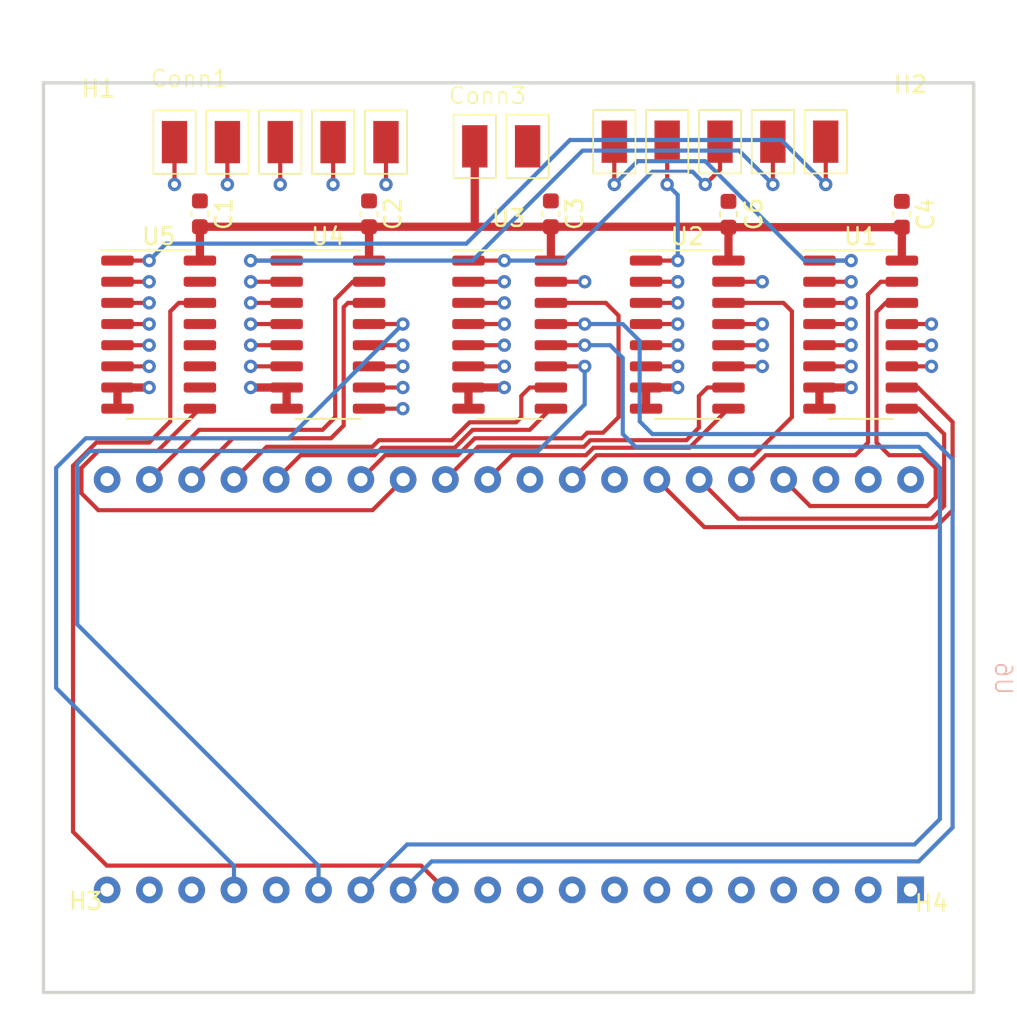
<source format=kicad_pcb>
(kicad_pcb (version 20221018) (generator pcbnew)
  (layers (0 "F.Cu" signal) (1 "In1.Cu" signal) (2 "In2.Cu" signal) (31 "B.Cu" signal) (34 "B.Paste" user) (35 "F.Paste" user) (36 "B.SilkS" user "B.Silkscreen") (37 "F.SilkS" user "F.Silkscreen") (38 "B.Mask" user) (39 "F.Mask" user) (44 "Edge.Cuts" user))
  (net 0 "")
  (net 1 "GND")
  (net 2 "PHASE")
  (net 6 "SIG_E0")
  (net 7 "SIG_D0")
  (net 8 "SIG_C0")
  (net 9 "SIG_E1")
  (net 10 "SIG_D1")
  (net 11 "SIG_C1")
  (net 12 "SIG_DP")
  (net 13 "SIG_E2")
  (net 14 "SIG_D2")
  (net 15 "SIG_C2")
  (net 16 "SIG_E3")
  (net 17 "SIG_D3")
  (net 18 "SIG_C3")
  (net 19 "SIG_B3")
  (net 20 "SIG_A3")
  (net 21 "SIG_F3")
  (net 22 "SIG_G3")
  (net 23 "SIG_B2")
  (net 24 "SIG_A2")
  (net 25 "SIG_F2")
  (net 26 "SIG_G2")
  (net 27 "SIG_COL")
  (net 28 "SIG_B1")
  (net 29 "SIG_A1")
  (net 30 "SIG_F1")
  (net 31 "SIG_G1")
  (net 33 "SIG_B0")
  (net 34 "SIG_A0")
  (net 35 "SIG_F0")
  (net 36 "SIG_G0")
  (net 39 "+5V")
  (net 40 "DIG_SEL_0")
  (net 41 "DATA2")
  (net 42 "DATA1")
  (net 43 "DATA3")
  (net 44 "DATA0")
  (net 45 "DIG_SEL_1")
  (net 46 "DIG_SEL_2")
  (net 47 "DIG_SEL_3")
  (net 48 "MIS_SEL")
  (footprint "Capacitor_SMD:C_0603_1608Metric" (layer "F.Cu") (at 169.418 91.935 -90)
    (fp_text reference "C2" (at 0 -1.43 -270) (layer "F.SilkS"))
    (fp_text value "C")
    (fp_line (start -0.14058 -0.51) (end 0.14058 -0.51) (stroke (width 0.12)) (layer "F.SilkS"))
    (fp_line (start -0.14058 0.51) (end 0.14058 0.51) (stroke (width 0.12)) (layer "F.SilkS"))
    (pad "1" smd roundrect (at -0.775 0 270) (size 0.9 0.95) (layers "F.Cu" "F.Paste" "F.Mask") (net 1 "GND"))
    (pad "2" smd roundrect (at 0.775 0 270) (size 0.9 0.95) (layers "F.Cu" "F.Paste" "F.Mask") (net 39 "+5V"))
  )
  (footprint "MountingHole:MountingHole_2.2mm_M2" (layer "F.Cu") (at 152.4 136.398)
    (fp_text reference "H3" (at 0 -3.2) (layer "F.SilkS"))
    (fp_text value "MountingHole")
    (pad "" np_thru_hole circle (at 0 0) (size 2.2 2.2) (drill 2.2) (layers "*.Cu" "*.Mask"))
  )
  (footprint "MountingHole:MountingHole_2.2mm_M2" (layer "F.Cu") (at 153.162 87.63)
    (fp_text reference "H1" (at 0 -3.2) (layer "F.SilkS"))
    (fp_text value "MountingHole")
    (pad "" np_thru_hole circle (at 0 0) (size 2.2 2.2) (drill 2.2) (layers "*.Cu" "*.Mask"))
  )
  (footprint "MountingHole:MountingHole_2.2mm_M2" (layer "F.Cu") (at 201.93 87.376)
    (fp_text reference "H2" (at 0 -3.2) (layer "F.SilkS"))
    (fp_text value "MountingHole")
    (pad "" np_thru_hole circle (at 0 0) (size 2.2 2.2) (drill 2.2) (layers "*.Cu" "*.Mask"))
  )
  (footprint "Package_SO:SOIC-16_3.9x9.9mm_P1.27mm" (layer "F.Cu") (at 166.943 99.187)
    (fp_text reference "U4" (at 0 -5.9) (layer "F.SilkS"))
    (fp_text value "4056")
    (fp_line (start 0 -5.06) (end -3.45 -5.06) (stroke (width 0.12)) (layer "F.SilkS"))
    (fp_line (start 0 -5.06) (end 1.95 -5.06) (stroke (width 0.12)) (layer "F.SilkS"))
    (fp_line (start 0 5.06) (end -1.95 5.06) (stroke (width 0.12)) (layer "F.SilkS"))
    (fp_line (start 0 5.06) (end 1.95 5.06) (stroke (width 0.12)) (layer "F.SilkS"))
    (pad "1" smd roundrect (at -2.475 -4.445) (size 1.95 0.6) (layers "F.Cu" "F.Paste" "F.Mask") (net 47 "DIG_SEL_3"))
    (pad "2" smd roundrect (at -2.475 -3.175) (size 1.95 0.6) (layers "F.Cu" "F.Paste" "F.Mask") (net 41 "DATA2"))
    (pad "3" smd roundrect (at -2.475 -1.905) (size 1.95 0.6) (layers "F.Cu" "F.Paste" "F.Mask") (net 42 "DATA1"))
    (pad "4" smd roundrect (at -2.475 -0.635) (size 1.95 0.6) (layers "F.Cu" "F.Paste" "F.Mask") (net 43 "DATA3"))
    (pad "5" smd roundrect (at -2.475 0.635) (size 1.95 0.6) (layers "F.Cu" "F.Paste" "F.Mask") (net 44 "DATA0"))
    (pad "6" smd roundrect (at -2.475 1.905) (size 1.95 0.6) (layers "F.Cu" "F.Paste" "F.Mask") (net 2 "PHASE"))
    (pad "7" smd roundrect (at -2.475 3.175) (size 1.95 0.6) (layers "F.Cu" "F.Paste" "F.Mask") (net 1 "GND"))
    (pad "8" smd roundrect (at -2.475 4.445) (size 1.95 0.6) (layers "F.Cu" "F.Paste" "F.Mask") (net 1 "GND"))
    (pad "9" smd roundrect (at 2.475 4.445) (size 1.95 0.6) (layers "F.Cu" "F.Paste" "F.Mask") (net 20 "SIG_A3"))
    (pad "10" smd roundrect (at 2.475 3.175) (size 1.95 0.6) (layers "F.Cu" "F.Paste" "F.Mask") (net 19 "SIG_B3"))
    (pad "11" smd roundrect (at 2.475 1.905) (size 1.95 0.6) (layers "F.Cu" "F.Paste" "F.Mask") (net 18 "SIG_C3"))
    (pad "12" smd roundrect (at 2.475 0.635) (size 1.95 0.6) (layers "F.Cu" "F.Paste" "F.Mask") (net 17 "SIG_D3"))
    (pad "13" smd roundrect (at 2.475 -0.635) (size 1.95 0.6) (layers "F.Cu" "F.Paste" "F.Mask") (net 16 "SIG_E3"))
    (pad "14" smd roundrect (at 2.475 -1.905) (size 1.95 0.6) (layers "F.Cu" "F.Paste" "F.Mask") (net 22 "SIG_G3"))
    (pad "15" smd roundrect (at 2.475 -3.175) (size 1.95 0.6) (layers "F.Cu" "F.Paste" "F.Mask") (net 21 "SIG_F3"))
    (pad "16" smd roundrect (at 2.475 -4.445) (size 1.95 0.6) (layers "F.Cu" "F.Paste" "F.Mask") (net 39 "+5V"))
  )
  (footprint "Package_SO:SOIC-16_3.9x9.9mm_P1.27mm" (layer "F.Cu") (at 188.533 99.187)
    (fp_text reference "U2" (at 0 -5.9) (layer "F.SilkS"))
    (fp_text value "4056")
    (fp_line (start 0 -5.06) (end -3.45 -5.06) (stroke (width 0.12)) (layer "F.SilkS"))
    (fp_line (start 0 -5.06) (end 1.95 -5.06) (stroke (width 0.12)) (layer "F.SilkS"))
    (fp_line (start 0 5.06) (end -1.95 5.06) (stroke (width 0.12)) (layer "F.SilkS"))
    (fp_line (start 0 5.06) (end 1.95 5.06) (stroke (width 0.12)) (layer "F.SilkS"))
    (pad "1" smd roundrect (at -2.475 -4.445) (size 1.95 0.6) (layers "F.Cu" "F.Paste" "F.Mask") (net 45 "DIG_SEL_1"))
    (pad "2" smd roundrect (at -2.475 -3.175) (size 1.95 0.6) (layers "F.Cu" "F.Paste" "F.Mask") (net 41 "DATA2"))
    (pad "3" smd roundrect (at -2.475 -1.905) (size 1.95 0.6) (layers "F.Cu" "F.Paste" "F.Mask") (net 42 "DATA1"))
    (pad "4" smd roundrect (at -2.475 -0.635) (size 1.95 0.6) (layers "F.Cu" "F.Paste" "F.Mask") (net 43 "DATA3"))
    (pad "5" smd roundrect (at -2.475 0.635) (size 1.95 0.6) (layers "F.Cu" "F.Paste" "F.Mask") (net 44 "DATA0"))
    (pad "6" smd roundrect (at -2.475 1.905) (size 1.95 0.6) (layers "F.Cu" "F.Paste" "F.Mask") (net 2 "PHASE"))
    (pad "7" smd roundrect (at -2.475 3.175) (size 1.95 0.6) (layers "F.Cu" "F.Paste" "F.Mask") (net 1 "GND"))
    (pad "8" smd roundrect (at -2.475 4.445) (size 1.95 0.6) (layers "F.Cu" "F.Paste" "F.Mask") (net 1 "GND"))
    (pad "9" smd roundrect (at 2.475 4.445) (size 1.95 0.6) (layers "F.Cu" "F.Paste" "F.Mask") (net 29 "SIG_A1"))
    (pad "10" smd roundrect (at 2.475 3.175) (size 1.95 0.6) (layers "F.Cu" "F.Paste" "F.Mask") (net 28 "SIG_B1"))
    (pad "11" smd roundrect (at 2.475 1.905) (size 1.95 0.6) (layers "F.Cu" "F.Paste" "F.Mask") (net 11 "SIG_C1"))
    (pad "12" smd roundrect (at 2.475 0.635) (size 1.95 0.6) (layers "F.Cu" "F.Paste" "F.Mask") (net 10 "SIG_D1"))
    (pad "13" smd roundrect (at 2.475 -0.635) (size 1.95 0.6) (layers "F.Cu" "F.Paste" "F.Mask") (net 9 "SIG_E1"))
    (pad "14" smd roundrect (at 2.475 -1.905) (size 1.95 0.6) (layers "F.Cu" "F.Paste" "F.Mask") (net 31 "SIG_G1"))
    (pad "15" smd roundrect (at 2.475 -3.175) (size 1.95 0.6) (layers "F.Cu" "F.Paste" "F.Mask") (net 30 "SIG_F1"))
    (pad "16" smd roundrect (at 2.475 -4.445) (size 1.95 0.6) (layers "F.Cu" "F.Paste" "F.Mask") (net 39 "+5V"))
  )
  (footprint "Capacitor_SMD:C_0603_1608Metric" (layer "F.Cu") (at 191.008 91.961 -90)
    (fp_text reference "C6" (at -0.013 -1.524 -270) (layer "F.SilkS"))
    (fp_text value "C")
    (fp_line (start -0.14058 -0.51) (end 0.14058 -0.51) (stroke (width 0.12)) (layer "F.SilkS"))
    (fp_line (start -0.14058 0.51) (end 0.14058 0.51) (stroke (width 0.12)) (layer "F.SilkS"))
    (pad "1" smd roundrect (at -0.775 0 270) (size 0.9 0.95) (layers "F.Cu" "F.Paste" "F.Mask") (net 1 "GND"))
    (pad "2" smd roundrect (at 0.775 0 270) (size 0.9 0.95) (layers "F.Cu" "F.Paste" "F.Mask") (net 39 "+5V"))
  )
  (footprint "Package_SO:SOIC-16_3.9x9.9mm_P1.27mm" (layer "F.Cu") (at 156.783 99.187)
    (fp_text reference "U5" (at 0 -5.9) (layer "F.SilkS"))
    (fp_text value "4056")
    (fp_line (start 0 -5.06) (end -3.45 -5.06) (stroke (width 0.12)) (layer "F.SilkS"))
    (fp_line (start 0 -5.06) (end 1.95 -5.06) (stroke (width 0.12)) (layer "F.SilkS"))
    (fp_line (start 0 5.06) (end -1.95 5.06) (stroke (width 0.12)) (layer "F.SilkS"))
    (fp_line (start 0 5.06) (end 1.95 5.06) (stroke (width 0.12)) (layer "F.SilkS"))
    (pad "1" smd roundrect (at -2.475 -4.445) (size 1.95 0.6) (layers "F.Cu" "F.Paste" "F.Mask") (net 48 "MIS_SEL"))
    (pad "2" smd roundrect (at -2.475 -3.175) (size 1.95 0.6) (layers "F.Cu" "F.Paste" "F.Mask") (net 41 "DATA2"))
    (pad "3" smd roundrect (at -2.475 -1.905) (size 1.95 0.6) (layers "F.Cu" "F.Paste" "F.Mask") (net 42 "DATA1"))
    (pad "4" smd roundrect (at -2.475 -0.635) (size 1.95 0.6) (layers "F.Cu" "F.Paste" "F.Mask") (net 43 "DATA3"))
    (pad "5" smd roundrect (at -2.475 0.635) (size 1.95 0.6) (layers "F.Cu" "F.Paste" "F.Mask") (net 44 "DATA0"))
    (pad "6" smd roundrect (at -2.475 1.905) (size 1.95 0.6) (layers "F.Cu" "F.Paste" "F.Mask") (net 2 "PHASE"))
    (pad "7" smd roundrect (at -2.475 3.175) (size 1.95 0.6) (layers "F.Cu" "F.Paste" "F.Mask") (net 1 "GND"))
    (pad "8" smd roundrect (at -2.475 4.445) (size 1.95 0.6) (layers "F.Cu" "F.Paste" "F.Mask") (net 1 "GND"))
    (pad "9" smd roundrect (at 2.475 4.445) (size 1.95 0.6) (layers "F.Cu" "F.Paste" "F.Mask") (net 27 "SIG_COL"))
    (pad "10" smd roundrect (at 2.475 3.175) (size 1.95 0.6) (layers "F.Cu" "F.Paste" "F.Mask"))
    (pad "11" smd roundrect (at 2.475 1.905) (size 1.95 0.6) (layers "F.Cu" "F.Paste" "F.Mask"))
    (pad "12" smd roundrect (at 2.475 0.635) (size 1.95 0.6) (layers "F.Cu" "F.Paste" "F.Mask"))
    (pad "13" smd roundrect (at 2.475 -0.635) (size 1.95 0.6) (layers "F.Cu" "F.Paste" "F.Mask"))
    (pad "14" smd roundrect (at 2.475 -1.905) (size 1.95 0.6) (layers "F.Cu" "F.Paste" "F.Mask") (net 12 "SIG_DP"))
    (pad "15" smd roundrect (at 2.475 -3.175) (size 1.95 0.6) (layers "F.Cu" "F.Paste" "F.Mask"))
    (pad "16" smd roundrect (at 2.475 -4.445) (size 1.95 0.6) (layers "F.Cu" "F.Paste" "F.Mask") (net 39 "+5V"))
  )
  (footprint "MountingHole:MountingHole_2.2mm_M2" (layer "F.Cu") (at 203.2 136.525)
    (fp_text reference "H4" (at 0 -3.2) (layer "F.SilkS"))
    (fp_text value "MountingHole")
    (pad "" np_thru_hole circle (at 0 0) (size 2.2 2.2) (drill 2.2) (layers "*.Cu" "*.Mask"))
  )
  (footprint "Capacitor_SMD:C_0603_1608Metric" (layer "F.Cu") (at 159.258 91.935 -90)
    (fp_text reference "C1" (at 0 -1.43 90) (layer "F.SilkS"))
    (fp_text value "C")
    (fp_line (start -0.14058 -0.51) (end 0.14058 -0.51) (stroke (width 0.12)) (layer "F.SilkS"))
    (fp_line (start -0.14058 0.51) (end 0.14058 0.51) (stroke (width 0.12)) (layer "F.SilkS"))
    (pad "1" smd roundrect (at -0.775 0 270) (size 0.9 0.95) (layers "F.Cu" "F.Paste" "F.Mask") (net 1 "GND"))
    (pad "2" smd roundrect (at 0.775 0 270) (size 0.9 0.95) (layers "F.Cu" "F.Paste" "F.Mask") (net 39 "+5V"))
  )
  (footprint "Package_SO:SOIC-16_3.9x9.9mm_P1.27mm" (layer "F.Cu") (at 198.947 99.187)
    (fp_text reference "U1" (at 0 -5.9) (layer "F.SilkS"))
    (fp_text value "4056")
    (fp_line (start 0 -5.06) (end -3.45 -5.06) (stroke (width 0.12)) (layer "F.SilkS"))
    (fp_line (start 0 -5.06) (end 1.95 -5.06) (stroke (width 0.12)) (layer "F.SilkS"))
    (fp_line (start 0 5.06) (end -1.95 5.06) (stroke (width 0.12)) (layer "F.SilkS"))
    (fp_line (start 0 5.06) (end 1.95 5.06) (stroke (width 0.12)) (layer "F.SilkS"))
    (pad "1" smd roundrect (at -2.475 -4.445) (size 1.95 0.6) (layers "F.Cu" "F.Paste" "F.Mask") (net 40 "DIG_SEL_0"))
    (pad "2" smd roundrect (at -2.475 -3.175) (size 1.95 0.6) (layers "F.Cu" "F.Paste" "F.Mask") (net 41 "DATA2"))
    (pad "3" smd roundrect (at -2.475 -1.905) (size 1.95 0.6) (layers "F.Cu" "F.Paste" "F.Mask") (net 42 "DATA1"))
    (pad "4" smd roundrect (at -2.475 -0.635) (size 1.95 0.6) (layers "F.Cu" "F.Paste" "F.Mask") (net 43 "DATA3"))
    (pad "5" smd roundrect (at -2.475 0.635) (size 1.95 0.6) (layers "F.Cu" "F.Paste" "F.Mask") (net 44 "DATA0"))
    (pad "6" smd roundrect (at -2.475 1.905) (size 1.95 0.6) (layers "F.Cu" "F.Paste" "F.Mask") (net 2 "PHASE"))
    (pad "7" smd roundrect (at -2.475 3.175) (size 1.95 0.6) (layers "F.Cu" "F.Paste" "F.Mask") (net 1 "GND"))
    (pad "8" smd roundrect (at -2.475 4.445) (size 1.95 0.6) (layers "F.Cu" "F.Paste" "F.Mask") (net 1 "GND"))
    (pad "9" smd roundrect (at 2.475 4.445) (size 1.95 0.6) (layers "F.Cu" "F.Paste" "F.Mask") (net 34 "SIG_A0"))
    (pad "10" smd roundrect (at 2.475 3.175) (size 1.95 0.6) (layers "F.Cu" "F.Paste" "F.Mask") (net 33 "SIG_B0"))
    (pad "11" smd roundrect (at 2.475 1.905) (size 1.95 0.6) (layers "F.Cu" "F.Paste" "F.Mask") (net 8 "SIG_C0"))
    (pad "12" smd roundrect (at 2.475 0.635) (size 1.95 0.6) (layers "F.Cu" "F.Paste" "F.Mask") (net 7 "SIG_D0"))
    (pad "13" smd roundrect (at 2.475 -0.635) (size 1.95 0.6) (layers "F.Cu" "F.Paste" "F.Mask") (net 6 "SIG_E0"))
    (pad "14" smd roundrect (at 2.475 -1.905) (size 1.95 0.6) (layers "F.Cu" "F.Paste" "F.Mask") (net 36 "SIG_G0"))
    (pad "15" smd roundrect (at 2.475 -3.175) (size 1.95 0.6) (layers "F.Cu" "F.Paste" "F.Mask") (net 35 "SIG_F0"))
    (pad "16" smd roundrect (at 2.475 -4.445) (size 1.95 0.6) (layers "F.Cu" "F.Paste" "F.Mask") (net 39 "+5V"))
  )
  (footprint "Package_SO:SOIC-16_3.9x9.9mm_P1.27mm" (layer "F.Cu") (at 177.865 99.187)
    (fp_text reference "U3" (at -0.065 -6.985) (layer "F.SilkS"))
    (fp_text value "4056")
    (fp_line (start 0 -5.06) (end -3.45 -5.06) (stroke (width 0.12)) (layer "F.SilkS"))
    (fp_line (start 0 -5.06) (end 1.95 -5.06) (stroke (width 0.12)) (layer "F.SilkS"))
    (fp_line (start 0 5.06) (end -1.95 5.06) (stroke (width 0.12)) (layer "F.SilkS"))
    (fp_line (start 0 5.06) (end 1.95 5.06) (stroke (width 0.12)) (layer "F.SilkS"))
    (pad "1" smd roundrect (at -2.475 -4.445) (size 1.95 0.6) (layers "F.Cu" "F.Paste" "F.Mask") (net 46 "DIG_SEL_2"))
    (pad "2" smd roundrect (at -2.475 -3.175) (size 1.95 0.6) (layers "F.Cu" "F.Paste" "F.Mask") (net 41 "DATA2"))
    (pad "3" smd roundrect (at -2.475 -1.905) (size 1.95 0.6) (layers "F.Cu" "F.Paste" "F.Mask") (net 42 "DATA1"))
    (pad "4" smd roundrect (at -2.475 -0.635) (size 1.95 0.6) (layers "F.Cu" "F.Paste" "F.Mask") (net 43 "DATA3"))
    (pad "5" smd roundrect (at -2.475 0.635) (size 1.95 0.6) (layers "F.Cu" "F.Paste" "F.Mask") (net 44 "DATA0"))
    (pad "6" smd roundrect (at -2.475 1.905) (size 1.95 0.6) (layers "F.Cu" "F.Paste" "F.Mask") (net 2 "PHASE"))
    (pad "7" smd roundrect (at -2.475 3.175) (size 1.95 0.6) (layers "F.Cu" "F.Paste" "F.Mask") (net 1 "GND"))
    (pad "8" smd roundrect (at -2.475 4.445) (size 1.95 0.6) (layers "F.Cu" "F.Paste" "F.Mask") (net 1 "GND"))
    (pad "9" smd roundrect (at 2.475 4.445) (size 1.95 0.6) (layers "F.Cu" "F.Paste" "F.Mask") (net 24 "SIG_A2"))
    (pad "10" smd roundrect (at 2.475 3.175) (size 1.95 0.6) (layers "F.Cu" "F.Paste" "F.Mask") (net 23 "SIG_B2"))
    (pad "11" smd roundrect (at 2.475 1.905) (size 1.95 0.6) (layers "F.Cu" "F.Paste" "F.Mask") (net 15 "SIG_C2"))
    (pad "12" smd roundrect (at 2.475 0.635) (size 1.95 0.6) (layers "F.Cu" "F.Paste" "F.Mask") (net 14 "SIG_D2"))
    (pad "13" smd roundrect (at 2.475 -0.635) (size 1.95 0.6) (layers "F.Cu" "F.Paste" "F.Mask") (net 13 "SIG_E2"))
    (pad "14" smd roundrect (at 2.475 -1.905) (size 1.95 0.6) (layers "F.Cu" "F.Paste" "F.Mask") (net 26 "SIG_G2"))
    (pad "15" smd roundrect (at 2.475 -3.175) (size 1.95 0.6) (layers "F.Cu" "F.Paste" "F.Mask") (net 25 "SIG_F2"))
    (pad "16" smd roundrect (at 2.475 -4.445) (size 1.95 0.6) (layers "F.Cu" "F.Paste" "F.Mask") (net 39 "+5V"))
  )
  (footprint "MiscLib:PAD_5" (layer "F.Cu") (at 184.15 79.348)
    (fp_text reference "Conn2" hide)
    (fp_text value "5_Sig_Ip")
    (fp_rect (start -1.27 6.35) (end 1.27 10.16) (stroke (width 0.1)) (fill none) (layer "F.SilkS"))
    (fp_rect (start 1.905 6.35) (end 4.445 10.16) (stroke (width 0.1)) (fill none) (layer "F.SilkS"))
    (fp_rect (start 5.08 6.35) (end 7.62 10.16) (stroke (width 0.1)) (fill none) (layer "F.SilkS"))
    (fp_rect (start 8.255 6.35) (end 10.795 10.16) (stroke (width 0.1)) (fill none) (layer "F.SilkS"))
    (fp_rect (start 11.43 6.35) (end 13.97 10.16) (stroke (width 0.1)) (fill none) (layer "F.SilkS"))
    (pad "1" smd rect (at 0 8.255) (size 1.524 2.54) (layers "F.Cu" "F.Paste" "F.Mask") (net 40 "DIG_SEL_0"))
    (pad "2" smd rect (at 3.175 8.255) (size 1.524 2.54) (layers "F.Cu" "F.Paste" "F.Mask") (net 45 "DIG_SEL_1"))
    (pad "3" smd rect (at 6.35 8.255) (size 1.524 2.54) (layers "F.Cu" "F.Paste" "F.Mask") (net 46 "DIG_SEL_2"))
    (pad "4" smd rect (at 9.525 8.255) (size 1.524 2.54) (layers "F.Cu" "F.Paste" "F.Mask") (net 47 "DIG_SEL_3"))
    (pad "5" smd rect (at 12.7 8.255) (size 1.524 2.54) (layers "F.Cu" "F.Paste" "F.Mask") (net 48 "MIS_SEL"))
  )
  (footprint "MiscLib:PAD_5" (layer "F.Cu") (at 157.734 79.375)
    (fp_text reference "Conn1" (at 0.889 4.445 unlocked) (layer "F.SilkS") (effects (font (thickness 0.1))))
    (fp_text value "5_Sig_Ip")
    (fp_rect (start -1.27 6.35) (end 1.27 10.16) (stroke (width 0.1)) (fill none) (layer "F.SilkS"))
    (fp_rect (start 1.905 6.35) (end 4.445 10.16) (stroke (width 0.1)) (fill none) (layer "F.SilkS"))
    (fp_rect (start 5.08 6.35) (end 7.62 10.16) (stroke (width 0.1)) (fill none) (layer "F.SilkS"))
    (fp_rect (start 8.255 6.35) (end 10.795 10.16) (stroke (width 0.1)) (fill none) (layer "F.SilkS"))
    (fp_rect (start 11.43 6.35) (end 13.97 10.16) (stroke (width 0.1)) (fill none) (layer "F.SilkS"))
    (pad "1" smd rect (at 0 8.255) (size 1.524 2.54) (layers "F.Cu" "F.Paste" "F.Mask") (net 44 "DATA0"))
    (pad "2" smd rect (at 3.175 8.255) (size 1.524 2.54) (layers "F.Cu" "F.Paste" "F.Mask") (net 42 "DATA1"))
    (pad "3" smd rect (at 6.35 8.255) (size 1.524 2.54) (layers "F.Cu" "F.Paste" "F.Mask") (net 41 "DATA2"))
    (pad "4" smd rect (at 9.525 8.255) (size 1.524 2.54) (layers "F.Cu" "F.Paste" "F.Mask") (net 43 "DATA3"))
    (pad "5" smd rect (at 12.7 8.255) (size 1.524 2.54) (layers "F.Cu" "F.Paste" "F.Mask") (net 2 "PHASE"))
  )
  (footprint "Capacitor_SMD:C_0603_1608Metric" (layer "F.Cu") (at 180.34 91.935 -90)
    (fp_text reference "C3" (at 0 -1.43 90) (layer "F.SilkS"))
    (fp_text value "C")
    (fp_line (start -0.14058 -0.51) (end 0.14058 -0.51) (stroke (width 0.12)) (layer "F.SilkS"))
    (fp_line (start -0.14058 0.51) (end 0.14058 0.51) (stroke (width 0.12)) (layer "F.SilkS"))
    (pad "1" smd roundrect (at -0.775 0 270) (size 0.9 0.95) (layers "F.Cu" "F.Paste" "F.Mask") (net 1 "GND"))
    (pad "2" smd roundrect (at 0.775 0 270) (size 0.9 0.95) (layers "F.Cu" "F.Paste" "F.Mask") (net 39 "+5V"))
  )
  (footprint "MiscLib:PAD_2" (layer "F.Cu") (at 175.768 79.629)
    (fp_text reference "Conn3" (at 0.762 5.207 unlocked) (layer "F.SilkS") (effects (font (thickness 0.1))))
    (fp_text value "~")
    (fp_rect (start -1.27 6.35) (end 1.27 10.16) (stroke (width 0.1)) (fill none) (layer "F.SilkS"))
    (fp_rect (start 1.905 6.35) (end 4.445 10.16) (stroke (width 0.1)) (fill none) (layer "F.SilkS"))
    (pad "1" smd rect (at 0 8.255) (size 1.524 2.54) (layers "F.Cu" "F.Paste" "F.Mask") (net 39 "+5V"))
    (pad "2" smd rect (at 3.175 8.255) (size 1.524 2.54) (layers "F.Cu" "F.Paste" "F.Mask") (net 1 "GND"))
  )
  (footprint "Capacitor_SMD:C_0603_1608Metric" (layer "F.Cu") (at 201.422 91.961 -90)
    (fp_text reference "C4" (at 0 -1.43 90) (layer "F.SilkS"))
    (fp_text value "C")
    (fp_line (start -0.14058 -0.51) (end 0.14058 -0.51) (stroke (width 0.12)) (layer "F.SilkS"))
    (fp_line (start -0.14058 0.51) (end 0.14058 0.51) (stroke (width 0.12)) (layer "F.SilkS"))
    (pad "1" smd roundrect (at -0.775 0 270) (size 0.9 0.95) (layers "F.Cu" "F.Paste" "F.Mask") (net 1 "GND"))
    (pad "2" smd roundrect (at 0.775 0 270) (size 0.9 0.95) (layers "F.Cu" "F.Paste" "F.Mask") (net 39 "+5V"))
  )
  (footprint "LCD_Display:LCD-S401C39TR" (layer "B.Cu") (at 207.0245 119.8245 90)
    (fp_text reference "U6" (at 0 0.5 270 unlocked) (layer "B.SilkS") (effects (font (thickness 0.1)) (justify mirror)))
    (fp_text value "~")
    (pad "1" thru_hole rect (at -12.7 -5.08 90) (size 1.6 1.6) (drill 0.8) (layers "*.Cu" "*.Mask") (net 2 "PHASE"))
    (pad "2" thru_hole oval (at -12.7 -7.62 90) (size 1.6 1.6) (drill 0.8) (layers "*.Cu" "*.Mask"))
    (pad "3" thru_hole oval (at -12.7 -10.16 90) (size 1.6 1.6) (drill 0.8) (layers "*.Cu" "*.Mask"))
    (pad "4" thru_hole oval (at -12.7 -12.7 90) (size 1.6 1.6) (drill 0.8) (layers "*.Cu" "*.Mask"))
    (pad "5" thru_hole oval (at -12.7 -15.24 90) (size 1.6 1.6) (drill 0.8) (layers "*.Cu" "*.Mask") (net 6 "SIG_E0"))
    (pad "6" thru_hole oval (at -12.7 -17.78 90) (size 1.6 1.6) (drill 0.8) (layers "*.Cu" "*.Mask") (net 7 "SIG_D0"))
    (pad "7" thru_hole oval (at -12.7 -20.32 90) (size 1.6 1.6) (drill 0.8) (layers "*.Cu" "*.Mask") (net 8 "SIG_C0"))
    (pad "8" thru_hole oval (at -12.7 -22.86 90) (size 1.6 1.6) (drill 0.8) (layers "*.Cu" "*.Mask") (net 2 "PHASE"))
    (pad "9" thru_hole oval (at -12.7 -25.4 90) (size 1.6 1.6) (drill 0.8) (layers "*.Cu" "*.Mask") (net 9 "SIG_E1"))
    (pad "10" thru_hole oval (at -12.7 -27.94 90) (size 1.6 1.6) (drill 0.8) (layers "*.Cu" "*.Mask") (net 10 "SIG_D1"))
    (pad "11" thru_hole oval (at -12.7 -30.48 90) (size 1.6 1.6) (drill 0.8) (layers "*.Cu" "*.Mask") (net 11 "SIG_C1"))
    (pad "12" thru_hole oval (at -12.7 -33.02 90) (size 1.6 1.6) (drill 0.8) (layers "*.Cu" "*.Mask") (net 12 "SIG_DP"))
    (pad "13" thru_hole oval (at -12.7 -35.56 90) (size 1.6 1.6) (drill 0.8) (layers "*.Cu" "*.Mask") (net 13 "SIG_E2"))
    (pad "14" thru_hole oval (at -12.7 -38.1 90) (size 1.6 1.6) (drill 0.8) (layers "*.Cu" "*.Mask") (net 14 "SIG_D2"))
    (pad "15" thru_hole oval (at -12.7 -40.64 90) (size 1.6 1.6) (drill 0.8) (layers "*.Cu" "*.Mask") (net 15 "SIG_C2"))
    (pad "16" thru_hole oval (at -12.7 -43.18 90) (size 1.6 1.6) (drill 0.8) (layers "*.Cu" "*.Mask") (net 2 "PHASE"))
    (pad "17" thru_hole oval (at -12.7 -45.72 90) (size 1.6 1.6) (drill 0.8) (layers "*.Cu" "*.Mask") (net 16 "SIG_E3"))
    (pad "18" thru_hole oval (at -12.7 -48.26 90) (size 1.6 1.6) (drill 0.8) (layers "*.Cu" "*.Mask") (net 17 "SIG_D3"))
    (pad "19" thru_hole oval (at -12.7 -50.8 90) (size 1.6 1.6) (drill 0.8) (layers "*.Cu" "*.Mask") (net 18 "SIG_C3"))
    (pad "20" thru_hole oval (at -12.7 -53.34 90) (size 1.6 1.6) (drill 0.8) (layers "*.Cu" "*.Mask") (net 19 "SIG_B3"))
    (pad "21" thru_hole oval (at 11.938 -53.34 90) (size 1.6 1.6) (drill 0.8) (layers "*.Cu" "*.Mask") (net 20 "SIG_A3"))
    (pad "22" thru_hole oval (at 11.938 -50.8 90) (size 1.6 1.6) (drill 0.8) (layers "*.Cu" "*.Mask") (net 21 "SIG_F3"))
    (pad "23" thru_hole oval (at 11.938 -48.26 90) (size 1.6 1.6) (drill 0.8) (layers "*.Cu" "*.Mask") (net 22 "SIG_G3"))
    (pad "24" thru_hole oval (at 11.938 -45.72 90) (size 1.6 1.6) (drill 0.8) (layers "*.Cu" "*.Mask") (net 23 "SIG_B2"))
    (pad "25" thru_hole oval (at 11.938 -43.18 90) (size 1.6 1.6) (drill 0.8) (layers "*.Cu" "*.Mask") (net 24 "SIG_A2"))
    (pad "26" thru_hole oval (at 11.938 -40.64 90) (size 1.6 1.6) (drill 0.8) (layers "*.Cu" "*.Mask") (net 25 "SIG_F2"))
    (pad "27" thru_hole oval (at 11.938 -38.1 90) (size 1.6 1.6) (drill 0.8) (layers "*.Cu" "*.Mask") (net 26 "SIG_G2"))
    (pad "28" thru_hole oval (at 11.938 -35.56 90) (size 1.6 1.6) (drill 0.8) (layers "*.Cu" "*.Mask") (net 27 "SIG_COL"))
    (pad "29" thru_hole oval (at 11.938 -33.02 90) (size 1.6 1.6) (drill 0.8) (layers "*.Cu" "*.Mask") (net 28 "SIG_B1"))
    (pad "30" thru_hole oval (at 11.938 -30.48 90) (size 1.6 1.6) (drill 0.8) (layers "*.Cu" "*.Mask") (net 29 "SIG_A1"))
    (pad "31" thru_hole oval (at 11.938 -27.94 90) (size 1.6 1.6) (drill 0.8) (layers "*.Cu" "*.Mask") (net 30 "SIG_F1"))
    (pad "32" thru_hole oval (at 11.938 -25.4 90) (size 1.6 1.6) (drill 0.8) (layers "*.Cu" "*.Mask") (net 31 "SIG_G1"))
    (pad "33" thru_hole oval (at 11.938 -22.86 90) (size 1.6 1.6) (drill 0.8) (layers "*.Cu" "*.Mask"))
    (pad "34" thru_hole oval (at 11.938 -20.32 90) (size 1.6 1.6) (drill 0.8) (layers "*.Cu" "*.Mask") (net 33 "SIG_B0"))
    (pad "35" thru_hole oval (at 11.938 -17.78 90) (size 1.6 1.6) (drill 0.8) (layers "*.Cu" "*.Mask") (net 34 "SIG_A0"))
    (pad "36" thru_hole oval (at 11.938 -15.24 90) (size 1.6 1.6) (drill 0.8) (layers "*.Cu" "*.Mask") (net 35 "SIG_F0"))
    (pad "37" thru_hole oval (at 11.938 -12.7 90) (size 1.6 1.6) (drill 0.8) (layers "*.Cu" "*.Mask") (net 36 "SIG_G0"))
    (pad "38" thru_hole oval (at 11.938 -10.16 90) (size 1.6 1.6) (drill 0.8) (layers "*.Cu" "*.Mask"))
    (pad "39" thru_hole oval (at 11.938 -7.62 90) (size 1.6 1.6) (drill 0.8) (layers "*.Cu" "*.Mask"))
    (pad "40" thru_hole oval (at 11.938 -5.08 90) (size 1.6 1.6) (drill 0.8) (layers "*.Cu" "*.Mask") (net 2 "PHASE"))
  )
  (gr_rect (start 149.86 84.074) (end 205.74 138.684) (stroke (width 0.2)) (fill none) (layer "Edge.Cuts"))
  (segment (start 164.468 102.362) (end 164.468 103.632) (width 0.5) (layer "F.Cu") (net 1))
  (segment (start 162.306 102.362) (end 162.56 102.362) (width 0.5) (layer "F.Cu") (net 1))
  (segment (start 175.39 103.632) (end 175.39 102.362) (width 0.5) (layer "F.Cu") (net 1))
  (segment (start 175.39 102.362) (end 177.546 102.362) (width 0.5) (layer "F.Cu") (net 1))
  (segment (start 186.058 103.632) (end 186.058 102.362) (width 0.5) (layer "F.Cu") (net 1))
  (segment (start 164.468 102.362) (end 162.306 102.362) (width 0.5) (layer "F.Cu") (net 1))
  (segment (start 186.058 102.362) (end 187.96 102.362) (width 0.5) (layer "F.Cu") (net 1))
  (segment (start 154.308 103.632) (end 154.308 102.362) (width 0.5) (layer "F.Cu") (net 1))
  (segment (start 196.472 102.362) (end 198.374 102.362) (width 0.5) (layer "F.Cu") (net 1))
  (segment (start 196.472 103.632) (end 196.472 102.362) (width 0.5) (layer "F.Cu") (net 1))
  (segment (start 154.308 102.362) (end 156.21 102.362) (width 0.5) (layer "F.Cu") (net 1))
  (via (at 177.546 102.362) (size 0.8) (drill 0.4) (layers "F.Cu" "B.Cu") (net 1))
  (via (at 156.21 102.362) (size 0.8) (drill 0.4) (layers "F.Cu" "B.Cu") (net 1))
  (via (at 198.374 102.362) (size 0.8) (drill 0.4) (layers "F.Cu" "B.Cu") (net 1))
  (via (at 187.96 102.362) (size 0.8) (drill 0.4) (layers "F.Cu" "B.Cu") (net 1))
  (via (at 162.306 102.362) (size 0.8) (drill 0.4) (layers "F.Cu" "B.Cu") (net 1))
  (segment (start 175.39 101.092) (end 177.546 101.092) (width 0.25) (layer "F.Cu") (net 2))
  (segment (start 170.434 90.17) (end 170.434 89.916) (width 0.25) (layer "F.Cu") (net 2))
  (segment (start 170.434 87.63) (end 170.434 90.17) (width 0.25) (layer "F.Cu") (net 2))
  (segment (start 196.472 101.092) (end 198.374 101.092) (width 0.25) (layer "F.Cu") (net 2))
  (segment (start 154.308 101.092) (end 156.21 101.092) (width 0.25) (layer "F.Cu") (net 2))
  (segment (start 164.468 101.092) (end 162.306 101.092) (width 0.25) (layer "F.Cu") (net 2))
  (segment (start 186.058 101.092) (end 187.96 101.092) (width 0.25) (layer "F.Cu") (net 2))
  (via (at 177.546 101.092) (size 0.8) (drill 0.4) (layers "F.Cu" "B.Cu") (net 2))
  (via (at 162.306 101.092) (size 0.8) (drill 0.4) (layers "F.Cu" "B.Cu") (net 2))
  (via (at 198.374 101.092) (size 0.8) (drill 0.4) (layers "F.Cu" "B.Cu") (net 2))
  (via (at 156.21 101.092) (size 0.8) (drill 0.4) (layers "F.Cu" "B.Cu") (net 2))
  (via (at 170.434 90.17) (size 0.8) (drill 0.4) (layers "F.Cu" "B.Cu") (net 2))
  (via (at 187.96 101.092) (size 0.8) (drill 0.4) (layers "F.Cu" "B.Cu") (net 2))
  (segment (start 201.422 98.552) (end 203.2 98.552) (width 0.25) (layer "F.Cu") (net 6))
  (via (at 203.2 98.552) (size 0.8) (drill 0.4) (layers "F.Cu" "B.Cu") (net 6))
  (segment (start 201.422 99.822) (end 203.2 99.822) (width 0.25) (layer "F.Cu") (net 7))
  (via (at 203.2 99.822) (size 0.8) (drill 0.4) (layers "F.Cu" "B.Cu") (net 7))
  (segment (start 201.422 101.092) (end 203.2 101.092) (width 0.25) (layer "F.Cu") (net 8))
  (via (at 203.2 101.092) (size 0.8) (drill 0.4) (layers "F.Cu" "B.Cu") (net 8))
  (segment (start 191.008 98.552) (end 193.04 98.552) (width 0.25) (layer "F.Cu") (net 9))
  (via (at 193.04 98.552) (size 0.8) (drill 0.4) (layers "F.Cu" "B.Cu") (net 9))
  (segment (start 191.008 99.822) (end 193.04 99.822) (width 0.25) (layer "F.Cu") (net 10))
  (via (at 193.04 99.822) (size 0.8) (drill 0.4) (layers "F.Cu" "B.Cu") (net 10))
  (segment (start 191.008 101.092) (end 193.04 101.092) (width 0.25) (layer "F.Cu") (net 11))
  (via (at 193.04 101.092) (size 0.8) (drill 0.4) (layers "F.Cu" "B.Cu") (net 11))
  (segment (start 159.258 97.282) (end 157.988 97.282) (width 0.25) (layer "F.Cu") (net 12))
  (segment (start 157.988 97.282) (end 157.48 97.79) (width 0.25) (layer "F.Cu") (net 12))
  (segment (start 153.67 131.064) (end 172.544 131.064) (width 0.25) (layer "F.Cu") (net 12))
  (segment (start 153.033604 105.664) (end 151.638 107.059604) (width 0.25) (layer "F.Cu") (net 12))
  (segment (start 156.21 105.664) (end 153.033604 105.664) (width 0.25) (layer "F.Cu") (net 12))
  (segment (start 151.638 107.059604) (end 151.638 129.032) (width 0.25) (layer "F.Cu") (net 12))
  (segment (start 172.544 131.064) (end 174.0045 132.5245) (width 0.25) (layer "F.Cu") (net 12))
  (segment (start 151.638 129.032) (end 153.67 131.064) (width 0.25) (layer "F.Cu") (net 12))
  (segment (start 157.48 97.79) (end 157.48 104.394) (width 0.25) (layer "F.Cu") (net 12))
  (segment (start 157.48 104.394) (end 156.21 105.664) (width 0.25) (layer "F.Cu") (net 12))
  (segment (start 180.34 98.552) (end 182.372 98.552) (width 0.25) (layer "F.Cu") (net 13))
  (via (at 182.372 98.552) (size 0.8) (drill 0.4) (layers "F.Cu" "B.Cu") (net 13))
  (segment (start 173.179 130.81) (end 171.4645 132.5245) (width 0.25) (layer "B.Cu") (net 13))
  (segment (start 182.372 98.552) (end 184.658 98.552) (width 0.25) (layer "B.Cu") (net 13))
  (segment (start 204.47 128.778) (end 202.438 130.81) (width 0.25) (layer "B.Cu") (net 13))
  (segment (start 186.436 105.156) (end 202.946 105.156) (width 0.25) (layer "B.Cu") (net 13))
  (segment (start 185.674 99.568) (end 185.674 104.394) (width 0.25) (layer "B.Cu") (net 13))
  (segment (start 185.674 104.394) (end 186.436 105.156) (width 0.25) (layer "B.Cu") (net 13))
  (segment (start 184.658 98.552) (end 185.674 99.568) (width 0.25) (layer "B.Cu") (net 13))
  (segment (start 204.47 106.68) (end 204.47 128.778) (width 0.25) (layer "B.Cu") (net 13))
  (segment (start 202.438 130.81) (end 173.179 130.81) (width 0.25) (layer "B.Cu") (net 13))
  (segment (start 202.946 105.156) (end 204.47 106.68) (width 0.25) (layer "B.Cu") (net 13))
  (segment (start 180.34 99.822) (end 182.372 99.822) (width 0.25) (layer "F.Cu") (net 14))
  (via (at 182.372 99.822) (size 0.8) (drill 0.4) (layers "F.Cu" "B.Cu") (net 14))
  (segment (start 168.9245 132.5245) (end 168.9245 132.5735) (width 0.25) (layer "B.Cu") (net 14))
  (segment (start 203.708 107.188) (end 202.438 105.918) (width 0.25) (layer "B.Cu") (net 14))
  (segment (start 185.42 105.918) (end 184.658 105.156) (width 0.25) (layer "B.Cu") (net 14))
  (segment (start 202.184 129.794) (end 203.708 128.27) (width 0.25) (layer "B.Cu") (net 14))
  (segment (start 171.704 129.794) (end 202.184 129.794) (width 0.25) (layer "B.Cu") (net 14))
  (segment (start 184.658 105.156) (end 184.658 100.584) (width 0.25) (layer "B.Cu") (net 14))
  (segment (start 202.438 105.918) (end 185.42 105.918) (width 0.25) (layer "B.Cu") (net 14))
  (segment (start 203.708 128.27) (end 203.708 107.188) (width 0.25) (layer "B.Cu") (net 14))
  (segment (start 184.658 100.584) (end 183.896 99.822) (width 0.25) (layer "B.Cu") (net 14))
  (segment (start 183.896 99.822) (end 182.372 99.822) (width 0.25) (layer "B.Cu") (net 14))
  (segment (start 168.9245 132.5735) (end 171.704 129.794) (width 0.25) (layer "B.Cu") (net 14))
  (segment (start 180.34 101.092) (end 182.372 101.092) (width 0.25) (layer "F.Cu") (net 15))
  (via (at 182.372 101.092) (size 0.8) (drill 0.4) (layers "F.Cu" "B.Cu") (net 15))
  (segment (start 179.578 106.172) (end 152.654 106.172) (width 0.25) (layer "B.Cu") (net 15))
  (segment (start 166.3845 131.0785) (end 166.3845 132.5245) (width 0.25) (layer "B.Cu") (net 15))
  (segment (start 151.892 106.934) (end 151.892 116.586) (width 0.25) (layer "B.Cu") (net 15))
  (segment (start 182.372 103.378) (end 179.578 106.172) (width 0.25) (layer "B.Cu") (net 15))
  (segment (start 151.892 116.586) (end 166.3845 131.0785) (width 0.25) (layer "B.Cu") (net 15))
  (segment (start 182.372 101.092) (end 182.372 103.378) (width 0.25) (layer "B.Cu") (net 15))
  (segment (start 152.654 106.172) (end 151.892 106.934) (width 0.25) (layer "B.Cu") (net 15))
  (segment (start 169.418 98.552) (end 171.45 98.552) (width 0.25) (layer "F.Cu") (net 16))
  (via (at 171.45 98.552) (size 0.8) (drill 0.4) (layers "F.Cu" "B.Cu") (net 16))
  (segment (start 161.3045 131.0785) (end 161.3045 132.5245) (width 0.25) (layer "B.Cu") (net 16))
  (segment (start 150.622 120.396) (end 161.3045 131.0785) (width 0.25) (layer "B.Cu") (net 16))
  (segment (start 150.622 107.188) (end 150.622 120.396) (width 0.25) (layer "B.Cu") (net 16))
  (segment (start 171.45 98.552) (end 164.592 105.41) (width 0.25) (layer "B.Cu") (net 16))
  (segment (start 152.4 105.41) (end 150.622 107.188) (width 0.25) (layer "B.Cu") (net 16))
  (segment (start 164.592 105.41) (end 152.4 105.41) (width 0.25) (layer "B.Cu") (net 16))
  (segment (start 169.418 99.822) (end 171.45 99.822) (width 0.25) (layer "F.Cu") (net 17))
  (via (at 171.45 99.822) (size 0.8) (drill 0.4) (layers "F.Cu" "B.Cu") (net 17))
  (segment (start 169.418 101.092) (end 171.45 101.092) (width 0.25) (layer "F.Cu") (net 18))
  (via (at 171.45 101.092) (size 0.8) (drill 0.4) (layers "F.Cu" "B.Cu") (net 18))
  (segment (start 169.418 102.362) (end 171.45 102.362) (width 0.25) (layer "F.Cu") (net 19))
  (via (at 171.45 102.362) (size 0.8) (drill 0.4) (layers "F.Cu" "B.Cu") (net 19))
  (segment (start 169.418 103.632) (end 171.45 103.632) (width 0.25) (layer "F.Cu") (net 20))
  (via (at 171.45 103.632) (size 0.8) (drill 0.4) (layers "F.Cu" "B.Cu") (net 20))
  (segment (start 159.209 104.902) (end 166.624 104.902) (width 0.25) (layer "F.Cu") (net 21))
  (segment (start 167.386 97.069) (end 168.443 96.012) (width 0.25) (layer "F.Cu") (net 21))
  (segment (start 166.624 104.902) (end 167.386 104.14) (width 0.25) (layer "F.Cu") (net 21))
  (segment (start 156.2245 107.8865) (end 159.209 104.902) (width 0.25) (layer "F.Cu") (net 21))
  (segment (start 168.443 96.012) (end 169.418 96.012) (width 0.25) (layer "F.Cu") (net 21))
  (segment (start 167.386 104.14) (end 167.386 97.069) (width 0.25) (layer "F.Cu") (net 21))
  (segment (start 161.241 105.41) (end 167.132 105.41) (width 0.25) (layer "F.Cu") (net 22))
  (segment (start 167.894 104.648) (end 167.894 97.536) (width 0.25) (layer "F.Cu") (net 22))
  (segment (start 158.7645 107.8865) (end 161.241 105.41) (width 0.25) (layer "F.Cu") (net 22))
  (segment (start 167.894 97.536) (end 168.148 97.282) (width 0.25) (layer "F.Cu") (net 22))
  (segment (start 167.132 105.41) (end 167.894 104.648) (width 0.25) (layer "F.Cu") (net 22))
  (segment (start 168.148 97.282) (end 169.418 97.282) (width 0.25) (layer "F.Cu") (net 22))
  (segment (start 178.562 102.87) (end 179.07 102.362) (width 0.25) (layer "F.Cu") (net 23))
  (segment (start 178.25 104.452) (end 178.562 104.14) (width 0.25) (layer "F.Cu") (net 23))
  (segment (start 174.379208 105.526) (end 175.453208 104.452) (width 0.25) (layer "F.Cu") (net 23))
  (segment (start 161.3045 107.8865) (end 163.273 105.918) (width 0.25) (layer "F.Cu") (net 23))
  (segment (start 179.07 102.362) (end 180.34 102.362) (width 0.25) (layer "F.Cu") (net 23))
  (segment (start 175.453208 104.452) (end 178.25 104.452) (width 0.25) (layer "F.Cu") (net 23))
  (segment (start 170.012208 105.526) (end 174.379208 105.526) (width 0.25) (layer "F.Cu") (net 23))
  (segment (start 163.273 105.918) (end 169.620208 105.918) (width 0.25) (layer "F.Cu") (net 23))
  (segment (start 169.620208 105.918) (end 170.012208 105.526) (width 0.25) (layer "F.Cu") (net 23))
  (segment (start 178.562 104.14) (end 178.562 102.87) (width 0.25) (layer "F.Cu") (net 23))
  (segment (start 170.198604 105.976) (end 169.748604 106.426) (width 0.25) (layer "F.Cu") (net 24))
  (segment (start 180.34 103.632) (end 179.07 104.902) (width 0.25) (layer "F.Cu") (net 24))
  (segment (start 174.565604 105.976) (end 170.198604 105.976) (width 0.25) (layer "F.Cu") (net 24))
  (segment (start 179.07 104.902) (end 175.639604 104.902) (width 0.25) (layer "F.Cu") (net 24))
  (segment (start 175.639604 104.902) (end 174.565604 105.976) (width 0.25) (layer "F.Cu") (net 24))
  (segment (start 169.748604 106.426) (end 165.305 106.426) (width 0.25) (layer "F.Cu") (net 24))
  (segment (start 165.305 106.426) (end 163.8445 107.8865) (width 0.25) (layer "F.Cu") (net 24))
  (segment (start 180.34 96.012) (end 182.372 96.012) (width 0.25) (layer "F.Cu") (net 25))
  (via (at 182.372 96.012) (size 0.8) (drill 0.4) (layers "F.Cu" "B.Cu") (net 25))
  (segment (start 168.9245 107.8865) (end 170.385 106.426) (width 0.25) (layer "F.Cu") (net 26))
  (segment (start 182.525812 105.076) (end 183.468 105.076) (width 0.25) (layer "F.Cu") (net 26))
  (segment (start 184.404 98.044) (end 183.642 97.282) (width 0.25) (layer "F.Cu") (net 26))
  (segment (start 184.404 104.14) (end 184.404 98.044) (width 0.25) (layer "F.Cu") (net 26))
  (segment (start 175.768 105.41) (end 182.191812 105.41) (width 0.25) (layer "F.Cu") (net 26))
  (segment (start 174.752 106.426) (end 175.768 105.41) (width 0.25) (layer "F.Cu") (net 26))
  (segment (start 182.191812 105.41) (end 182.525812 105.076) (width 0.25) (layer "F.Cu") (net 26))
  (segment (start 170.385 106.426) (end 174.752 106.426) (width 0.25) (layer "F.Cu") (net 26))
  (segment (start 183.468 105.076) (end 184.404 104.14) (width 0.25) (layer "F.Cu") (net 26))
  (segment (start 183.642 97.282) (end 180.34 97.282) (width 0.25) (layer "F.Cu") (net 26))
  (segment (start 159.258 103.632) (end 156.718 106.172) (width 0.25) (layer "F.Cu") (net 27))
  (segment (start 152.146 107.188) (end 152.146 108.712) (width 0.25) (layer "F.Cu") (net 27))
  (segment (start 153.162 106.172) (end 152.146 107.188) (width 0.25) (layer "F.Cu") (net 27))
  (segment (start 169.623 109.728) (end 171.4645 107.8865) (width 0.25) (layer "F.Cu") (net 27))
  (segment (start 153.162 109.728) (end 169.623 109.728) (width 0.25) (layer "F.Cu") (net 27))
  (segment (start 152.146 108.712) (end 153.162 109.728) (width 0.25) (layer "F.Cu") (net 27))
  (segment (start 156.718 106.172) (end 153.162 106.172) (width 0.25) (layer "F.Cu") (net 27))
  (segment (start 189.23 104.773604) (end 189.23 102.87) (width 0.25) (layer "F.Cu") (net 28))
  (segment (start 189.23 102.87) (end 189.738 102.362) (width 0.25) (layer "F.Cu") (net 28))
  (segment (start 174.0045 107.8865) (end 175.973 105.918) (width 0.25) (layer "F.Cu") (net 28))
  (segment (start 189.738 102.362) (end 191.008 102.362) (width 0.25) (layer "F.Cu") (net 28))
  (segment (start 182.712208 105.526) (end 188.477604 105.526) (width 0.25) (layer "F.Cu") (net 28))
  (segment (start 182.320208 105.918) (end 182.712208 105.526) (width 0.25) (layer "F.Cu") (net 28))
  (segment (start 175.973 105.918) (end 182.320208 105.918) (width 0.25) (layer "F.Cu") (net 28))
  (segment (start 188.477604 105.526) (end 189.23 104.773604) (width 0.25) (layer "F.Cu") (net 28))
  (segment (start 178.005 106.426) (end 182.448604 106.426) (width 0.25) (layer "F.Cu") (net 29))
  (segment (start 182.448604 106.426) (end 182.898604 105.976) (width 0.25) (layer "F.Cu") (net 29))
  (segment (start 188.664 105.976) (end 191.008 103.632) (width 0.25) (layer "F.Cu") (net 29))
  (segment (start 182.898604 105.976) (end 188.664 105.976) (width 0.25) (layer "F.Cu") (net 29))
  (segment (start 176.5445 107.8865) (end 178.005 106.426) (width 0.25) (layer "F.Cu") (net 29))
  (segment (start 193.04 96.012) (end 193.294 96.012) (width 0.25) (layer "F.Cu") (net 30))
  (segment (start 191.008 96.012) (end 193.04 96.012) (width 0.25) (layer "F.Cu") (net 30))
  (via (at 193.04 96.012) (size 0.8) (drill 0.4) (layers "F.Cu" "B.Cu") (net 30))
  (segment (start 192.532 106.426) (end 194.818 104.14) (width 0.25) (layer "F.Cu") (net 31))
  (segment (start 194.31 97.282) (end 191.008 97.282) (width 0.25) (layer "F.Cu") (net 31))
  (segment (start 194.818 104.14) (end 194.818 97.79) (width 0.25) (layer "F.Cu") (net 31))
  (segment (start 181.6245 107.8865) (end 183.085 106.426) (width 0.25) (layer "F.Cu") (net 31))
  (segment (start 194.818 97.79) (end 194.31 97.282) (width 0.25) (layer "F.Cu") (net 31))
  (segment (start 183.085 106.426) (end 192.532 106.426) (width 0.25) (layer "F.Cu") (net 31))
  (segment (start 204.47 109.728) (end 204.47 104.435) (width 0.25) (layer "F.Cu") (net 33))
  (segment (start 202.397 102.362) (end 201.422 102.362) (width 0.25) (layer "F.Cu") (net 33))
  (segment (start 186.7045 107.8865) (end 189.562 110.744) (width 0.25) (layer "F.Cu") (net 33))
  (segment (start 189.562 110.744) (end 203.454 110.744) (width 0.25) (layer "F.Cu") (net 33))
  (segment (start 203.454 110.744) (end 204.47 109.728) (width 0.25) (layer "F.Cu") (net 33))
  (segment (start 204.47 104.435) (end 202.397 102.362) (width 0.25) (layer "F.Cu") (net 33))
  (segment (start 189.2445 107.8865) (end 191.594 110.236) (width 0.25) (layer "F.Cu") (net 34))
  (segment (start 191.594 110.236) (end 203.2 110.236) (width 0.25) (layer "F.Cu") (net 34))
  (segment (start 203.2 110.236) (end 203.962 109.474) (width 0.25) (layer "F.Cu") (net 34))
  (segment (start 202.438 103.632) (end 201.422 103.632) (width 0.25) (layer "F.Cu") (net 34))
  (segment (start 203.962 109.474) (end 203.962 105.156) (width 0.25) (layer "F.Cu") (net 34))
  (segment (start 203.962 105.156) (end 202.438 103.632) (width 0.25) (layer "F.Cu") (net 34))
  (segment (start 199.39 105.664) (end 198.628 106.426) (width 0.25) (layer "F.Cu") (net 35))
  (segment (start 193.245 106.426) (end 191.7845 107.8865) (width 0.25) (layer "F.Cu") (net 35))
  (segment (start 199.39 96.774) (end 199.39 105.664) (width 0.25) (layer "F.Cu") (net 35))
  (segment (start 198.628 106.426) (end 193.245 106.426) (width 0.25) (layer "F.Cu") (net 35))
  (segment (start 200.152 96.012) (end 199.39 96.774) (width 0.25) (layer "F.Cu") (net 35))
  (segment (start 201.422 96.012) (end 200.152 96.012) (width 0.25) (layer "F.Cu") (net 35))
  (segment (start 199.898 105.664) (end 199.898 97.831) (width 0.25) (layer "F.Cu") (net 36))
  (segment (start 194.3245 107.8865) (end 195.912 109.474) (width 0.25) (layer "F.Cu") (net 36))
  (segment (start 203.454 107.188) (end 202.692 106.426) (width 0.25) (layer "F.Cu") (net 36))
  (segment (start 195.912 109.474) (end 202.946 109.474) (width 0.25) (layer "F.Cu") (net 36))
  (segment (start 202.692 106.426) (end 200.66 106.426) (width 0.25) (layer "F.Cu") (net 36))
  (segment (start 199.898 97.831) (end 200.447 97.282) (width 0.25) (layer "F.Cu") (net 36))
  (segment (start 202.946 109.474) (end 203.454 108.966) (width 0.25) (layer "F.Cu") (net 36))
  (segment (start 203.454 108.966) (end 203.454 107.188) (width 0.25) (layer "F.Cu") (net 36))
  (segment (start 200.66 106.426) (end 199.898 105.664) (width 0.25) (layer "F.Cu") (net 36))
  (segment (start 200.447 97.282) (end 201.422 97.282) (width 0.25) (layer "F.Cu") (net 36))
  (segment (start 177.546 92.71) (end 180.34 92.71) (width 0.5) (layer "F.Cu") (net 39))
  (segment (start 159.258 92.71) (end 169.418 92.71) (width 0.5) (layer "F.Cu") (net 39))
  (segment (start 169.418 92.71) (end 169.418 94.742) (width 0.5) (layer "F.Cu") (net 39))
  (segment (start 190.982 92.71) (end 191.008 92.736) (width 0.5) (layer "F.Cu") (net 39))
  (segment (start 191.008 92.736) (end 191.008 94.739) (width 0.5) (layer "F.Cu") (net 39))
  (segment (start 169.418 92.71) (end 175.768 92.71) (width 0.5) (layer "F.Cu") (net 39))
  (segment (start 191.008 92.736) (end 201.422 92.736) (width 0.5) (layer "F.Cu") (net 39))
  (segment (start 177.419 92.583) (end 177.546 92.71) (width 0.25) (layer "F.Cu") (net 39))
  (segment (start 180.34 92.71) (end 190.982 92.71) (width 0.5) (layer "F.Cu") (net 39))
  (segment (start 175.768 87.884) (end 175.768 92.71) (width 0.5) (layer "F.Cu") (net 39))
  (segment (start 191.008 94.739) (end 191.005 94.742) (width 0.5) (layer "F.Cu") (net 39))
  (segment (start 180.34 92.71) (end 180.34 94.742) (width 0.5) (layer "F.Cu") (net 39))
  (segment (start 201.422 92.736) (end 201.422 94.742) (width 0.5) (layer "F.Cu") (net 39))
  (segment (start 175.768 92.71) (end 177.546 92.71) (width 0.5) (layer "F.Cu") (net 39))
  (segment (start 159.258 92.71) (end 159.258 94.742) (width 0.5) (layer "F.Cu") (net 39))
  (segment (start 184.15 90.17) (end 184.15 89.916) (width 0.25) (layer "F.Cu") (net 40))
  (segment (start 184.15 87.603) (end 184.15 90.17) (width 0.25) (layer "F.Cu") (net 40))
  (segment (start 196.472 94.742) (end 198.374 94.742) (width 0.25) (layer "F.Cu") (net 40))
  (via (at 184.15 90.17) (size 0.8) (drill 0.4) (layers "F.Cu" "B.Cu") (net 40))
  (via (at 198.374 94.742) (size 0.8) (drill 0.4) (layers "F.Cu" "B.Cu") (net 40))
  (segment (start 185.547 88.773) (end 189.611 88.773) (width 0.25) (layer "B.Cu") (net 40))
  (segment (start 195.58 94.742) (end 198.374 94.742) (width 0.25) (layer "B.Cu") (net 40))
  (segment (start 184.15 90.17) (end 185.547 88.773) (width 0.25) (layer "B.Cu") (net 40))
  (segment (start 189.611 88.773) (end 195.58 94.742) (width 0.25) (layer "B.Cu") (net 40))
  (segment (start 164.084 90.17) (end 164.084 89.916) (width 0.25) (layer "F.Cu") (net 41))
  (segment (start 196.472 96.012) (end 198.374 96.012) (width 0.25) (layer "F.Cu") (net 41))
  (segment (start 164.468 96.012) (end 162.306 96.012) (width 0.25) (layer "F.Cu") (net 41))
  (segment (start 164.084 87.63) (end 164.084 90.17) (width 0.25) (layer "F.Cu") (net 41))
  (segment (start 175.39 96.012) (end 177.546 96.012) (width 0.25) (layer "F.Cu") (net 41))
  (segment (start 154.308 96.012) (end 156.21 96.012) (width 0.25) (layer "F.Cu") (net 41))
  (segment (start 186.058 96.012) (end 187.96 96.012) (width 0.25) (layer "F.Cu") (net 41))
  (via (at 187.96 96.012) (size 0.8) (drill 0.4) (layers "F.Cu" "B.Cu") (net 41))
  (via (at 177.546 96.012) (size 0.8) (drill 0.4) (layers "F.Cu" "B.Cu") (net 41))
  (via (at 164.084 90.17) (size 0.8) (drill 0.4) (layers "F.Cu" "B.Cu") (net 41))
  (via (at 198.374 96.012) (size 0.8) (drill 0.4) (layers "F.Cu" "B.Cu") (net 41))
  (via (at 162.306 96.012) (size 0.8) (drill 0.4) (layers "F.Cu" "B.Cu") (net 41))
  (via (at 156.21 96.012) (size 0.8) (drill 0.4) (layers "F.Cu" "B.Cu") (net 41))
  (segment (start 160.909 90.17) (end 160.909 89.916) (width 0.25) (layer "F.Cu") (net 42))
  (segment (start 175.39 97.282) (end 177.546 97.282) (width 0.25) (layer "F.Cu") (net 42))
  (segment (start 154.308 97.282) (end 156.21 97.282) (width 0.25) (layer "F.Cu") (net 42))
  (segment (start 164.468 97.282) (end 162.306 97.282) (width 0.25) (layer "F.Cu") (net 42))
  (segment (start 196.472 97.282) (end 198.374 97.282) (width 0.25) (layer "F.Cu") (net 42))
  (segment (start 160.909 87.63) (end 160.909 90.17) (width 0.25) (layer "F.Cu") (net 42))
  (segment (start 186.058 97.282) (end 187.96 97.282) (width 0.25) (layer "F.Cu") (net 42))
  (via (at 187.96 97.282) (size 0.8) (drill 0.4) (layers "F.Cu" "B.Cu") (net 42))
  (via (at 160.909 90.17) (size 0.8) (drill 0.4) (layers "F.Cu" "B.Cu") (net 42))
  (via (at 177.546 97.282) (size 0.8) (drill 0.4) (layers "F.Cu" "B.Cu") (net 42))
  (via (at 198.374 97.282) (size 0.8) (drill 0.4) (layers "F.Cu" "B.Cu") (net 42))
  (via (at 162.306 97.282) (size 0.8) (drill 0.4) (layers "F.Cu" "B.Cu") (net 42))
  (via (at 156.21 97.282) (size 0.8) (drill 0.4) (layers "F.Cu" "B.Cu") (net 42))
  (segment (start 154.308 98.552) (end 156.21 98.552) (width 0.25) (layer "F.Cu") (net 43))
  (segment (start 167.259 90.17) (end 167.259 89.916) (width 0.25) (layer "F.Cu") (net 43))
  (segment (start 186.058 98.552) (end 187.96 98.552) (width 0.25) (layer "F.Cu") (net 43))
  (segment (start 164.468 98.552) (end 162.306 98.552) (width 0.25) (layer "F.Cu") (net 43))
  (segment (start 167.259 87.63) (end 167.259 90.17) (width 0.25) (layer "F.Cu") (net 43))
  (segment (start 196.472 98.552) (end 198.374 98.552) (width 0.25) (layer "F.Cu") (net 43))
  (segment (start 175.39 98.552) (end 177.546 98.552) (width 0.25) (layer "F.Cu") (net 43))
  (via (at 162.306 98.552) (size 0.8) (drill 0.4) (layers "F.Cu" "B.Cu") (net 43))
  (via (at 156.21 98.552) (size 0.8) (drill 0.4) (layers "F.Cu" "B.Cu") (net 43))
  (via (at 167.259 90.17) (size 0.8) (drill 0.4) (layers "F.Cu" "B.Cu") (net 43))
  (via (at 177.546 98.552) (size 0.8) (drill 0.4) (layers "F.Cu" "B.Cu") (net 43))
  (via (at 198.374 98.552) (size 0.8) (drill 0.4) (layers "F.Cu" "B.Cu") (net 43))
  (via (at 187.96 98.552) (size 0.8) (drill 0.4) (layers "F.Cu" "B.Cu") (net 43))
  (segment (start 157.734 87.63) (end 157.734 90.17) (width 0.25) (layer "F.Cu") (net 44))
  (segment (start 154.308 99.822) (end 156.21 99.822) (width 0.25) (layer "F.Cu") (net 44))
  (segment (start 164.468 99.822) (end 162.306 99.822) (width 0.25) (layer "F.Cu") (net 44))
  (segment (start 196.472 99.822) (end 198.374 99.822) (width 0.25) (layer "F.Cu") (net 44))
  (segment (start 186.058 99.822) (end 187.96 99.822) (width 0.25) (layer "F.Cu") (net 44))
  (segment (start 175.39 99.822) (end 177.546 99.822) (width 0.25) (layer "F.Cu") (net 44))
  (segment (start 157.734 90.17) (end 157.734 89.916) (width 0.25) (layer "F.Cu") (net 44))
  (via (at 157.734 90.17) (size 0.8) (drill 0.4) (layers "F.Cu" "B.Cu") (net 44))
  (via (at 162.306 99.822) (size 0.8) (drill 0.4) (layers "F.Cu" "B.Cu") (net 44))
  (via (at 156.21 99.822) (size 0.8) (drill 0.4) (layers "F.Cu" "B.Cu") (net 44))
  (via (at 187.96 99.822) (size 0.8) (drill 0.4) (layers "F.Cu" "B.Cu") (net 44))
  (via (at 198.374 99.822) (size 0.8) (drill 0.4) (layers "F.Cu" "B.Cu") (net 44))
  (via (at 177.546 99.822) (size 0.8) (drill 0.4) (layers "F.Cu" "B.Cu") (net 44))
  (segment (start 187.325 90.17) (end 187.325 89.916) (width 0.25) (layer "F.Cu") (net 45))
  (segment (start 186.058 94.742) (end 187.96 94.742) (width 0.25) (layer "F.Cu") (net 45))
  (segment (start 187.325 87.603) (end 187.325 90.17) (width 0.25) (layer "F.Cu") (net 45))
  (via (at 187.325 90.17) (size 0.8) (drill 0.4) (layers "F.Cu" "B.Cu") (net 45))
  (via (at 187.96 94.742) (size 0.8) (drill 0.4) (layers "F.Cu" "B.Cu") (net 45))
  (segment (start 187.96 90.805) (end 187.325 90.17) (width 0.25) (layer "B.Cu") (net 45))
  (segment (start 187.96 94.742) (end 187.96 90.805) (width 0.25) (layer "B.Cu") (net 45))
  (segment (start 190.5 89.281) (end 190.5 87.603) (width 0.25) (layer "F.Cu") (net 46))
  (segment (start 189.611 90.17) (end 190.5 89.281) (width 0.25) (layer "F.Cu") (net 46))
  (segment (start 175.39 94.742) (end 177.546 94.742) (width 0.25) (layer "F.Cu") (net 46))
  (via (at 177.546 94.742) (size 0.8) (drill 0.4) (layers "F.Cu" "B.Cu") (net 46))
  (via (at 189.611 90.17) (size 0.8) (drill 0.4) (layers "F.Cu" "B.Cu") (net 46))
  (segment (start 188.849 89.408) (end 186.436 89.408) (width 0.25) (layer "B.Cu") (net 46))
  (segment (start 181.102 94.742) (end 177.546 94.742) (width 0.25) (layer "B.Cu") (net 46))
  (segment (start 189.611 90.17) (end 188.849 89.408) (width 0.25) (layer "B.Cu") (net 46))
  (segment (start 186.436 89.408) (end 181.102 94.742) (width 0.25) (layer "B.Cu") (net 46))
  (segment (start 164.468 94.742) (end 162.306 94.742) (width 0.25) (layer "F.Cu") (net 47))
  (segment (start 193.675 90.17) (end 193.675 89.916) (width 0.25) (layer "F.Cu") (net 47))
  (segment (start 193.675 87.603) (end 193.675 90.17) (width 0.25) (layer "F.Cu") (net 47))
  (via (at 193.675 90.17) (size 0.8) (drill 0.4) (layers "F.Cu" "B.Cu") (net 47))
  (via (at 162.306 94.742) (size 0.8) (drill 0.4) (layers "F.Cu" "B.Cu") (net 47))
  (segment (start 175.641 94.742) (end 162.306 94.742) (width 0.25) (layer "B.Cu") (net 47))
  (segment (start 191.643 88.138) (end 182.245 88.138) (width 0.25) (layer "B.Cu") (net 47))
  (segment (start 182.245 88.138) (end 175.641 94.742) (width 0.25) (layer "B.Cu") (net 47))
  (segment (start 193.675 90.17) (end 191.643 88.138) (width 0.25) (layer "B.Cu") (net 47))
  (segment (start 196.85 90.17) (end 196.85 89.916) (width 0.25) (layer "F.Cu") (net 48))
  (segment (start 154.308 94.742) (end 156.21 94.742) (width 0.25) (layer "F.Cu") (net 48))
  (segment (start 196.85 87.603) (end 196.85 90.17) (width 0.25) (layer "F.Cu") (net 48))
  (via (at 156.21 94.742) (size 0.8) (drill 0.4) (layers "F.Cu" "B.Cu") (net 48))
  (via (at 196.85 90.17) (size 0.8) (drill 0.4) (layers "F.Cu" "B.Cu") (net 48))
  (segment (start 194.183 87.503) (end 196.85 90.17) (width 0.25) (layer "B.Cu") (net 48))
  (segment (start 156.21 94.742) (end 157.226 93.726) (width 0.25) (layer "B.Cu") (net 48))
  (segment (start 181.483 87.503) (end 194.183 87.503) (width 0.25) (layer "B.Cu") (net 48))
  (segment (start 175.26 93.726) (end 181.483 87.503) (width 0.25) (layer "B.Cu") (net 48))
  (segment (start 157.226 93.726) (end 175.26 93.726) (width 0.25) (layer "B.Cu") (net 48))
)
</source>
